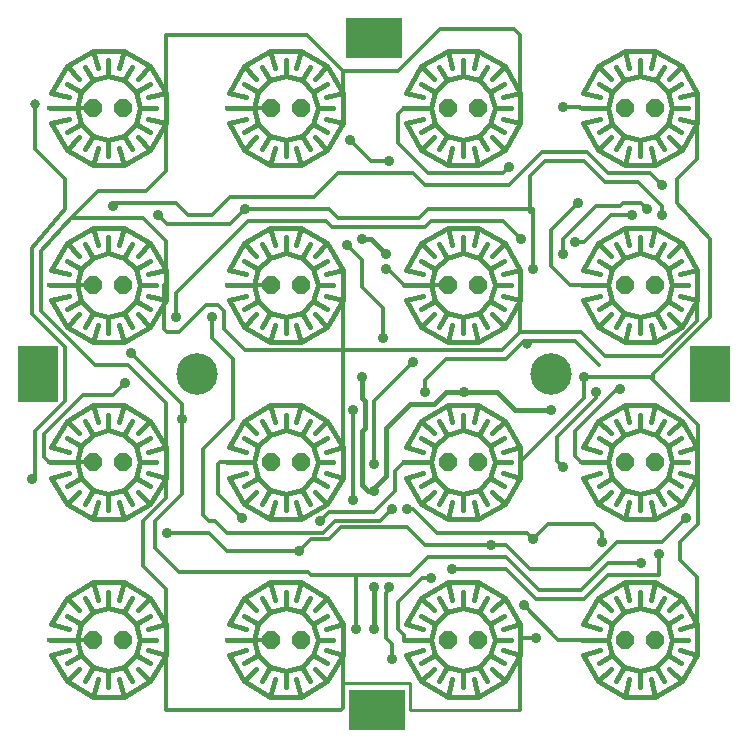
<source format=gbr>
G04 EAGLE Gerber RS-274X export*
G75*
%MOMM*%
%FSLAX34Y34*%
%LPD*%
%INTop Copper*%
%IPPOS*%
%AMOC8*
5,1,8,0,0,1.08239X$1,22.5*%
G01*
%ADD10C,0.400000*%
%ADD11R,0.400000X0.400000*%
%ADD12R,0.400000X2.000000*%
%ADD13P,1.649562X8X22.500000*%
%ADD14C,3.516000*%
%ADD15R,3.400000X4.700000*%
%ADD16R,4.700000X3.400000*%
%ADD17C,0.304800*%
%ADD18C,0.906400*%
%ADD19C,0.800100*%
%ADD20C,0.406400*%
%ADD21C,0.254000*%


D10*
X198280Y225280D02*
X175780Y225280D01*
X176984Y212339D02*
X191473Y216221D01*
X190206Y205030D02*
X201897Y211780D01*
X198280Y225280D01*
X200531Y200531D02*
X189925Y189925D01*
X176984Y212339D01*
X205030Y190206D02*
X211780Y201897D01*
X201897Y211780D01*
X216221Y191473D02*
X212339Y176984D01*
X189925Y189925D01*
X225280Y184780D02*
X225280Y198280D01*
X211780Y201897D01*
X234339Y191473D02*
X238221Y176984D01*
X212339Y176984D01*
X245530Y190206D02*
X238780Y201897D01*
X225280Y198280D01*
X250029Y200531D02*
X260635Y189925D01*
X238221Y176984D01*
X260354Y205030D02*
X248663Y211780D01*
X238780Y201897D01*
X259087Y216221D02*
X273576Y212339D01*
X260635Y189925D01*
X265780Y225280D02*
X252280Y225280D01*
X248663Y211780D01*
X259087Y234339D02*
X273576Y238221D01*
X273576Y212339D01*
X260354Y245530D02*
X248663Y238780D01*
X252280Y225280D01*
X250029Y250029D02*
X260635Y260635D01*
X273576Y238221D01*
X245530Y260354D02*
X238780Y248663D01*
X248663Y238780D01*
X234339Y259087D02*
X238221Y273576D01*
X260635Y260635D01*
X225280Y265780D02*
X225280Y252280D01*
X238780Y248663D01*
X216221Y259087D02*
X212339Y273576D01*
X238221Y273576D01*
X205030Y260354D02*
X211780Y248663D01*
X225280Y252280D01*
X200531Y250029D02*
X189925Y260635D01*
X212339Y273576D01*
X190206Y245530D02*
X201897Y238780D01*
X211780Y248663D01*
X191473Y234339D02*
X176984Y238221D01*
X189925Y260635D01*
X201897Y238780D02*
X198280Y225280D01*
D11*
X175280Y225280D03*
D12*
X273580Y225380D03*
D10*
X48280Y225280D02*
X25780Y225280D01*
X26984Y212339D02*
X41473Y216221D01*
X40206Y205030D02*
X51897Y211780D01*
X48280Y225280D01*
X50531Y200531D02*
X39925Y189925D01*
X26984Y212339D01*
X55030Y190206D02*
X61780Y201897D01*
X51897Y211780D01*
X66221Y191473D02*
X62339Y176984D01*
X39925Y189925D01*
X75280Y184780D02*
X75280Y198280D01*
X61780Y201897D01*
X84339Y191473D02*
X88221Y176984D01*
X62339Y176984D01*
X95530Y190206D02*
X88780Y201897D01*
X75280Y198280D01*
X100029Y200531D02*
X110635Y189925D01*
X88221Y176984D01*
X110354Y205030D02*
X98663Y211780D01*
X88780Y201897D01*
X109087Y216221D02*
X123576Y212339D01*
X110635Y189925D01*
X115780Y225280D02*
X102280Y225280D01*
X98663Y211780D01*
X109087Y234339D02*
X123576Y238221D01*
X123576Y212339D01*
X110354Y245530D02*
X98663Y238780D01*
X102280Y225280D01*
X100029Y250029D02*
X110635Y260635D01*
X123576Y238221D01*
X95530Y260354D02*
X88780Y248663D01*
X98663Y238780D01*
X84339Y259087D02*
X88221Y273576D01*
X110635Y260635D01*
X75280Y265780D02*
X75280Y252280D01*
X88780Y248663D01*
X66221Y259087D02*
X62339Y273576D01*
X88221Y273576D01*
X55030Y260354D02*
X61780Y248663D01*
X75280Y252280D01*
X50531Y250029D02*
X39925Y260635D01*
X62339Y273576D01*
X40206Y245530D02*
X51897Y238780D01*
X61780Y248663D01*
X41473Y234339D02*
X26984Y238221D01*
X39925Y260635D01*
X51897Y238780D02*
X48280Y225280D01*
D11*
X25280Y225280D03*
D12*
X123580Y225380D03*
D10*
X-101720Y225280D02*
X-124220Y225280D01*
X-123016Y212339D02*
X-108527Y216221D01*
X-109794Y205030D02*
X-98103Y211780D01*
X-101720Y225280D01*
X-99469Y200531D02*
X-110075Y189925D01*
X-123016Y212339D01*
X-94970Y190206D02*
X-88220Y201897D01*
X-98103Y211780D01*
X-83779Y191473D02*
X-87661Y176984D01*
X-110075Y189925D01*
X-74720Y184780D02*
X-74720Y198280D01*
X-88220Y201897D01*
X-65661Y191473D02*
X-61779Y176984D01*
X-87661Y176984D01*
X-54470Y190206D02*
X-61220Y201897D01*
X-74720Y198280D01*
X-49971Y200531D02*
X-39365Y189925D01*
X-61779Y176984D01*
X-39646Y205030D02*
X-51337Y211780D01*
X-61220Y201897D01*
X-40913Y216221D02*
X-26424Y212339D01*
X-39365Y189925D01*
X-34220Y225280D02*
X-47720Y225280D01*
X-51337Y211780D01*
X-40913Y234339D02*
X-26424Y238221D01*
X-26424Y212339D01*
X-39646Y245530D02*
X-51337Y238780D01*
X-47720Y225280D01*
X-49971Y250029D02*
X-39365Y260635D01*
X-26424Y238221D01*
X-54470Y260354D02*
X-61220Y248663D01*
X-51337Y238780D01*
X-65661Y259087D02*
X-61779Y273576D01*
X-39365Y260635D01*
X-74720Y265780D02*
X-74720Y252280D01*
X-61220Y248663D01*
X-83779Y259087D02*
X-87661Y273576D01*
X-61779Y273576D01*
X-94970Y260354D02*
X-88220Y248663D01*
X-74720Y252280D01*
X-99469Y250029D02*
X-110075Y260635D01*
X-87661Y273576D01*
X-109794Y245530D02*
X-98103Y238780D01*
X-88220Y248663D01*
X-108527Y234339D02*
X-123016Y238221D01*
X-110075Y260635D01*
X-98103Y238780D02*
X-101720Y225280D01*
D11*
X-124720Y225280D03*
D12*
X-26420Y225380D03*
D10*
X-251720Y225280D02*
X-274220Y225280D01*
X-273016Y212339D02*
X-258527Y216221D01*
X-259794Y205030D02*
X-248103Y211780D01*
X-251720Y225280D01*
X-249469Y200531D02*
X-260075Y189925D01*
X-273016Y212339D01*
X-244970Y190206D02*
X-238220Y201897D01*
X-248103Y211780D01*
X-233779Y191473D02*
X-237661Y176984D01*
X-260075Y189925D01*
X-224720Y184780D02*
X-224720Y198280D01*
X-238220Y201897D01*
X-215661Y191473D02*
X-211779Y176984D01*
X-237661Y176984D01*
X-204470Y190206D02*
X-211220Y201897D01*
X-224720Y198280D01*
X-199971Y200531D02*
X-189365Y189925D01*
X-211779Y176984D01*
X-189646Y205030D02*
X-201337Y211780D01*
X-211220Y201897D01*
X-190913Y216221D02*
X-176424Y212339D01*
X-189365Y189925D01*
X-184220Y225280D02*
X-197720Y225280D01*
X-201337Y211780D01*
X-190913Y234339D02*
X-176424Y238221D01*
X-176424Y212339D01*
X-189646Y245530D02*
X-201337Y238780D01*
X-197720Y225280D01*
X-199971Y250029D02*
X-189365Y260635D01*
X-176424Y238221D01*
X-204470Y260354D02*
X-211220Y248663D01*
X-201337Y238780D01*
X-215661Y259087D02*
X-211779Y273576D01*
X-189365Y260635D01*
X-224720Y265780D02*
X-224720Y252280D01*
X-211220Y248663D01*
X-233779Y259087D02*
X-237661Y273576D01*
X-211779Y273576D01*
X-244970Y260354D02*
X-238220Y248663D01*
X-224720Y252280D01*
X-249469Y250029D02*
X-260075Y260635D01*
X-237661Y273576D01*
X-259794Y245530D02*
X-248103Y238780D01*
X-238220Y248663D01*
X-258527Y234339D02*
X-273016Y238221D01*
X-260075Y260635D01*
X-248103Y238780D02*
X-251720Y225280D01*
D11*
X-274720Y225280D03*
D12*
X-176420Y225380D03*
D10*
X175780Y75280D02*
X198280Y75280D01*
X191473Y66221D02*
X176984Y62339D01*
X190206Y55030D02*
X201897Y61780D01*
X198280Y75280D01*
X200531Y50531D02*
X189925Y39925D01*
X176984Y62339D01*
X205030Y40206D02*
X211780Y51897D01*
X201897Y61780D01*
X216221Y41473D02*
X212339Y26984D01*
X189925Y39925D01*
X225280Y34780D02*
X225280Y48280D01*
X211780Y51897D01*
X234339Y41473D02*
X238221Y26984D01*
X212339Y26984D01*
X245530Y40206D02*
X238780Y51897D01*
X225280Y48280D01*
X250029Y50531D02*
X260635Y39925D01*
X238221Y26984D01*
X260354Y55030D02*
X248663Y61780D01*
X238780Y51897D01*
X259087Y66221D02*
X273576Y62339D01*
X260635Y39925D01*
X265780Y75280D02*
X252280Y75280D01*
X248663Y61780D01*
X259087Y84339D02*
X273576Y88221D01*
X273576Y62339D01*
X260354Y95530D02*
X248663Y88780D01*
X252280Y75280D01*
X250029Y100029D02*
X260635Y110635D01*
X273576Y88221D01*
X245530Y110354D02*
X238780Y98663D01*
X248663Y88780D01*
X234339Y109087D02*
X238221Y123576D01*
X260635Y110635D01*
X225280Y115780D02*
X225280Y102280D01*
X238780Y98663D01*
X216221Y109087D02*
X212339Y123576D01*
X238221Y123576D01*
X205030Y110354D02*
X211780Y98663D01*
X225280Y102280D01*
X200531Y100029D02*
X189925Y110635D01*
X212339Y123576D01*
X190206Y95530D02*
X201897Y88780D01*
X211780Y98663D01*
X191473Y84339D02*
X176984Y88221D01*
X189925Y110635D01*
X201897Y88780D02*
X198280Y75280D01*
D11*
X175280Y75280D03*
D12*
X273580Y75380D03*
D10*
X48280Y75280D02*
X25780Y75280D01*
X26984Y62339D02*
X41473Y66221D01*
X40206Y55030D02*
X51897Y61780D01*
X48280Y75280D01*
X50531Y50531D02*
X39925Y39925D01*
X26984Y62339D01*
X55030Y40206D02*
X61780Y51897D01*
X51897Y61780D01*
X66221Y41473D02*
X62339Y26984D01*
X39925Y39925D01*
X75280Y34780D02*
X75280Y48280D01*
X61780Y51897D01*
X84339Y41473D02*
X88221Y26984D01*
X62339Y26984D01*
X95530Y40206D02*
X88780Y51897D01*
X75280Y48280D01*
X100029Y50531D02*
X110635Y39925D01*
X88221Y26984D01*
X110354Y55030D02*
X98663Y61780D01*
X88780Y51897D01*
X109087Y66221D02*
X123576Y62339D01*
X110635Y39925D01*
X115780Y75280D02*
X102280Y75280D01*
X98663Y61780D01*
X109087Y84339D02*
X123576Y88221D01*
X123576Y62339D01*
X110354Y95530D02*
X98663Y88780D01*
X102280Y75280D01*
X100029Y100029D02*
X110635Y110635D01*
X123576Y88221D01*
X95530Y110354D02*
X88780Y98663D01*
X98663Y88780D01*
X84339Y109087D02*
X88221Y123576D01*
X110635Y110635D01*
X75280Y115780D02*
X75280Y102280D01*
X88780Y98663D01*
X66221Y109087D02*
X62339Y123576D01*
X88221Y123576D01*
X55030Y110354D02*
X61780Y98663D01*
X75280Y102280D01*
X50531Y100029D02*
X39925Y110635D01*
X62339Y123576D01*
X40206Y95530D02*
X51897Y88780D01*
X61780Y98663D01*
X41473Y84339D02*
X26984Y88221D01*
X39925Y110635D01*
X51897Y88780D02*
X48280Y75280D01*
D11*
X25280Y75280D03*
D12*
X123580Y75380D03*
D10*
X-101720Y75280D02*
X-124220Y75280D01*
X-123016Y62339D02*
X-108527Y66221D01*
X-109794Y55030D02*
X-98103Y61780D01*
X-101720Y75280D01*
X-99469Y50531D02*
X-110075Y39925D01*
X-123016Y62339D01*
X-94970Y40206D02*
X-88220Y51897D01*
X-98103Y61780D01*
X-83779Y41473D02*
X-87661Y26984D01*
X-110075Y39925D01*
X-74720Y34780D02*
X-74720Y48280D01*
X-88220Y51897D01*
X-65661Y41473D02*
X-61779Y26984D01*
X-87661Y26984D01*
X-54470Y40206D02*
X-61220Y51897D01*
X-74720Y48280D01*
X-49971Y50531D02*
X-39365Y39925D01*
X-61779Y26984D01*
X-39646Y55030D02*
X-51337Y61780D01*
X-61220Y51897D01*
X-40913Y66221D02*
X-26424Y62339D01*
X-39365Y39925D01*
X-34220Y75280D02*
X-47720Y75280D01*
X-51337Y61780D01*
X-40913Y84339D02*
X-26424Y88221D01*
X-26424Y62339D01*
X-39646Y95530D02*
X-51337Y88780D01*
X-47720Y75280D01*
X-49971Y100029D02*
X-39365Y110635D01*
X-26424Y88221D01*
X-54470Y110354D02*
X-61220Y98663D01*
X-51337Y88780D01*
X-65661Y109087D02*
X-61779Y123576D01*
X-39365Y110635D01*
X-74720Y115780D02*
X-74720Y102280D01*
X-61220Y98663D01*
X-83779Y109087D02*
X-87661Y123576D01*
X-61779Y123576D01*
X-94970Y110354D02*
X-88220Y98663D01*
X-74720Y102280D01*
X-99469Y100029D02*
X-110075Y110635D01*
X-87661Y123576D01*
X-109794Y95530D02*
X-98103Y88780D01*
X-88220Y98663D01*
X-108527Y84339D02*
X-123016Y88221D01*
X-110075Y110635D01*
X-98103Y88780D02*
X-101720Y75280D01*
D11*
X-124720Y75280D03*
D12*
X-26420Y75380D03*
D10*
X-251720Y75280D02*
X-274220Y75280D01*
X-273016Y62339D02*
X-258527Y66221D01*
X-259794Y55030D02*
X-248103Y61780D01*
X-251720Y75280D01*
X-249469Y50531D02*
X-260075Y39925D01*
X-273016Y62339D01*
X-244970Y40206D02*
X-238220Y51897D01*
X-248103Y61780D01*
X-233779Y41473D02*
X-237661Y26984D01*
X-260075Y39925D01*
X-224720Y34780D02*
X-224720Y48280D01*
X-238220Y51897D01*
X-215661Y41473D02*
X-211779Y26984D01*
X-237661Y26984D01*
X-204470Y40206D02*
X-211220Y51897D01*
X-224720Y48280D01*
X-199971Y50531D02*
X-189365Y39925D01*
X-211779Y26984D01*
X-189646Y55030D02*
X-201337Y61780D01*
X-211220Y51897D01*
X-190913Y66221D02*
X-176424Y62339D01*
X-189365Y39925D01*
X-184220Y75280D02*
X-197720Y75280D01*
X-201337Y61780D01*
X-190913Y84339D02*
X-176424Y88221D01*
X-176424Y62339D01*
X-189646Y95530D02*
X-201337Y88780D01*
X-197720Y75280D01*
X-199971Y100029D02*
X-189365Y110635D01*
X-176424Y88221D01*
X-204470Y110354D02*
X-211220Y98663D01*
X-201337Y88780D01*
X-215661Y109087D02*
X-211779Y123576D01*
X-189365Y110635D01*
X-224720Y115780D02*
X-224720Y102280D01*
X-211220Y98663D01*
X-233779Y109087D02*
X-237661Y123576D01*
X-211779Y123576D01*
X-244970Y110354D02*
X-238220Y98663D01*
X-224720Y102280D01*
X-249469Y100029D02*
X-260075Y110635D01*
X-237661Y123576D01*
X-259794Y95530D02*
X-248103Y88780D01*
X-238220Y98663D01*
X-258527Y84339D02*
X-273016Y88221D01*
X-260075Y110635D01*
X-248103Y88780D02*
X-251720Y75280D01*
D11*
X-274720Y75280D03*
D12*
X-176420Y75380D03*
D10*
X175780Y-74720D02*
X198280Y-74720D01*
X191473Y-83779D02*
X176984Y-87661D01*
X190206Y-94970D02*
X201897Y-88220D01*
X198280Y-74720D01*
X200531Y-99469D02*
X189925Y-110075D01*
X176984Y-87661D01*
X205030Y-109794D02*
X211780Y-98103D01*
X201897Y-88220D01*
X216221Y-108527D02*
X212339Y-123016D01*
X189925Y-110075D01*
X225280Y-115220D02*
X225280Y-101720D01*
X211780Y-98103D01*
X234339Y-108527D02*
X238221Y-123016D01*
X212339Y-123016D01*
X245530Y-109794D02*
X238780Y-98103D01*
X225280Y-101720D01*
X250029Y-99469D02*
X260635Y-110075D01*
X238221Y-123016D01*
X260354Y-94970D02*
X248663Y-88220D01*
X238780Y-98103D01*
X259087Y-83779D02*
X273576Y-87661D01*
X260635Y-110075D01*
X265780Y-74720D02*
X252280Y-74720D01*
X248663Y-88220D01*
X259087Y-65661D02*
X273576Y-61779D01*
X273576Y-87661D01*
X260354Y-54470D02*
X248663Y-61220D01*
X252280Y-74720D01*
X250029Y-49971D02*
X260635Y-39365D01*
X273576Y-61779D01*
X245530Y-39646D02*
X238780Y-51337D01*
X248663Y-61220D01*
X234339Y-40913D02*
X238221Y-26424D01*
X260635Y-39365D01*
X225280Y-34220D02*
X225280Y-47720D01*
X238780Y-51337D01*
X216221Y-40913D02*
X212339Y-26424D01*
X238221Y-26424D01*
X205030Y-39646D02*
X211780Y-51337D01*
X225280Y-47720D01*
X200531Y-49971D02*
X189925Y-39365D01*
X212339Y-26424D01*
X190206Y-54470D02*
X201897Y-61220D01*
X211780Y-51337D01*
X191473Y-65661D02*
X176984Y-61779D01*
X189925Y-39365D01*
X201897Y-61220D02*
X198280Y-74720D01*
D11*
X175280Y-74720D03*
D12*
X273580Y-74620D03*
D10*
X48280Y-74720D02*
X25780Y-74720D01*
X26984Y-87661D02*
X41473Y-83779D01*
X40206Y-94970D02*
X51897Y-88220D01*
X48280Y-74720D01*
X50531Y-99469D02*
X39925Y-110075D01*
X26984Y-87661D01*
X55030Y-109794D02*
X61780Y-98103D01*
X51897Y-88220D01*
X66221Y-108527D02*
X62339Y-123016D01*
X39925Y-110075D01*
X75280Y-115220D02*
X75280Y-101720D01*
X61780Y-98103D01*
X84339Y-108527D02*
X88221Y-123016D01*
X62339Y-123016D01*
X95530Y-109794D02*
X88780Y-98103D01*
X75280Y-101720D01*
X100029Y-99469D02*
X110635Y-110075D01*
X88221Y-123016D01*
X110354Y-94970D02*
X98663Y-88220D01*
X88780Y-98103D01*
X109087Y-83779D02*
X123576Y-87661D01*
X110635Y-110075D01*
X115780Y-74720D02*
X102280Y-74720D01*
X98663Y-88220D01*
X109087Y-65661D02*
X123576Y-61779D01*
X123576Y-87661D01*
X110354Y-54470D02*
X98663Y-61220D01*
X102280Y-74720D01*
X100029Y-49971D02*
X110635Y-39365D01*
X123576Y-61779D01*
X95530Y-39646D02*
X88780Y-51337D01*
X98663Y-61220D01*
X84339Y-40913D02*
X88221Y-26424D01*
X110635Y-39365D01*
X75280Y-34220D02*
X75280Y-47720D01*
X88780Y-51337D01*
X66221Y-40913D02*
X62339Y-26424D01*
X88221Y-26424D01*
X55030Y-39646D02*
X61780Y-51337D01*
X75280Y-47720D01*
X50531Y-49971D02*
X39925Y-39365D01*
X62339Y-26424D01*
X40206Y-54470D02*
X51897Y-61220D01*
X61780Y-51337D01*
X41473Y-65661D02*
X26984Y-61779D01*
X39925Y-39365D01*
X51897Y-61220D02*
X48280Y-74720D01*
D11*
X25280Y-74720D03*
D12*
X123580Y-74620D03*
D10*
X-101720Y-74720D02*
X-124220Y-74720D01*
X-123016Y-87661D02*
X-108527Y-83779D01*
X-109794Y-94970D02*
X-98103Y-88220D01*
X-101720Y-74720D01*
X-99469Y-99469D02*
X-110075Y-110075D01*
X-123016Y-87661D01*
X-94970Y-109794D02*
X-88220Y-98103D01*
X-98103Y-88220D01*
X-83779Y-108527D02*
X-87661Y-123016D01*
X-110075Y-110075D01*
X-74720Y-115220D02*
X-74720Y-101720D01*
X-88220Y-98103D01*
X-65661Y-108527D02*
X-61779Y-123016D01*
X-87661Y-123016D01*
X-54470Y-109794D02*
X-61220Y-98103D01*
X-74720Y-101720D01*
X-49971Y-99469D02*
X-39365Y-110075D01*
X-61779Y-123016D01*
X-39646Y-94970D02*
X-51337Y-88220D01*
X-61220Y-98103D01*
X-40913Y-83779D02*
X-26424Y-87661D01*
X-39365Y-110075D01*
X-34220Y-74720D02*
X-47720Y-74720D01*
X-51337Y-88220D01*
X-40913Y-65661D02*
X-26424Y-61779D01*
X-26424Y-87661D01*
X-39646Y-54470D02*
X-51337Y-61220D01*
X-47720Y-74720D01*
X-49971Y-49971D02*
X-39365Y-39365D01*
X-26424Y-61779D01*
X-54470Y-39646D02*
X-61220Y-51337D01*
X-51337Y-61220D01*
X-65661Y-40913D02*
X-61779Y-26424D01*
X-39365Y-39365D01*
X-74720Y-34220D02*
X-74720Y-47720D01*
X-61220Y-51337D01*
X-83779Y-40913D02*
X-87661Y-26424D01*
X-61779Y-26424D01*
X-94970Y-39646D02*
X-88220Y-51337D01*
X-74720Y-47720D01*
X-99469Y-49971D02*
X-110075Y-39365D01*
X-87661Y-26424D01*
X-109794Y-54470D02*
X-98103Y-61220D01*
X-88220Y-51337D01*
X-108527Y-65661D02*
X-123016Y-61779D01*
X-110075Y-39365D01*
X-98103Y-61220D02*
X-101720Y-74720D01*
D11*
X-124720Y-74720D03*
D12*
X-26420Y-74620D03*
D10*
X-251720Y-74720D02*
X-274220Y-74720D01*
X-273016Y-87661D02*
X-258527Y-83779D01*
X-259794Y-94970D02*
X-248103Y-88220D01*
X-251720Y-74720D01*
X-249469Y-99469D02*
X-260075Y-110075D01*
X-273016Y-87661D01*
X-244970Y-109794D02*
X-238220Y-98103D01*
X-248103Y-88220D01*
X-233779Y-108527D02*
X-237661Y-123016D01*
X-260075Y-110075D01*
X-224720Y-115220D02*
X-224720Y-101720D01*
X-238220Y-98103D01*
X-215661Y-108527D02*
X-211779Y-123016D01*
X-237661Y-123016D01*
X-204470Y-109794D02*
X-211220Y-98103D01*
X-224720Y-101720D01*
X-199971Y-99469D02*
X-189365Y-110075D01*
X-211779Y-123016D01*
X-189646Y-94970D02*
X-201337Y-88220D01*
X-211220Y-98103D01*
X-190913Y-83779D02*
X-176424Y-87661D01*
X-189365Y-110075D01*
X-184220Y-74720D02*
X-197720Y-74720D01*
X-201337Y-88220D01*
X-190913Y-65661D02*
X-176424Y-61779D01*
X-176424Y-87661D01*
X-189646Y-54470D02*
X-201337Y-61220D01*
X-197720Y-74720D01*
X-199971Y-49971D02*
X-189365Y-39365D01*
X-176424Y-61779D01*
X-204470Y-39646D02*
X-211220Y-51337D01*
X-201337Y-61220D01*
X-215661Y-40913D02*
X-211779Y-26424D01*
X-189365Y-39365D01*
X-224720Y-34220D02*
X-224720Y-47720D01*
X-211220Y-51337D01*
X-233779Y-40913D02*
X-237661Y-26424D01*
X-211779Y-26424D01*
X-244970Y-39646D02*
X-238220Y-51337D01*
X-224720Y-47720D01*
X-249469Y-49971D02*
X-260075Y-39365D01*
X-237661Y-26424D01*
X-259794Y-54470D02*
X-248103Y-61220D01*
X-238220Y-51337D01*
X-258527Y-65661D02*
X-273016Y-61779D01*
X-260075Y-39365D01*
X-248103Y-61220D02*
X-251720Y-74720D01*
D11*
X-274720Y-74720D03*
D12*
X-176420Y-74620D03*
D10*
X175780Y-224720D02*
X198280Y-224720D01*
X191473Y-233779D02*
X176984Y-237661D01*
X190206Y-244970D02*
X201897Y-238220D01*
X198280Y-224720D01*
X200531Y-249469D02*
X189925Y-260075D01*
X176984Y-237661D01*
X205030Y-259794D02*
X211780Y-248103D01*
X201897Y-238220D01*
X216221Y-258527D02*
X212339Y-273016D01*
X189925Y-260075D01*
X225280Y-265220D02*
X225280Y-251720D01*
X211780Y-248103D01*
X234339Y-258527D02*
X238221Y-273016D01*
X212339Y-273016D01*
X245530Y-259794D02*
X238780Y-248103D01*
X225280Y-251720D01*
X250029Y-249469D02*
X260635Y-260075D01*
X238221Y-273016D01*
X260354Y-244970D02*
X248663Y-238220D01*
X238780Y-248103D01*
X259087Y-233779D02*
X273576Y-237661D01*
X260635Y-260075D01*
X265780Y-224720D02*
X252280Y-224720D01*
X248663Y-238220D01*
X259087Y-215661D02*
X273576Y-211779D01*
X273576Y-237661D01*
X260354Y-204470D02*
X248663Y-211220D01*
X252280Y-224720D01*
X250029Y-199971D02*
X260635Y-189365D01*
X273576Y-211779D01*
X245530Y-189646D02*
X238780Y-201337D01*
X248663Y-211220D01*
X234339Y-190913D02*
X238221Y-176424D01*
X260635Y-189365D01*
X225280Y-184220D02*
X225280Y-197720D01*
X238780Y-201337D01*
X216221Y-190913D02*
X212339Y-176424D01*
X238221Y-176424D01*
X205030Y-189646D02*
X211780Y-201337D01*
X225280Y-197720D01*
X200531Y-199971D02*
X189925Y-189365D01*
X212339Y-176424D01*
X190206Y-204470D02*
X201897Y-211220D01*
X211780Y-201337D01*
X191473Y-215661D02*
X176984Y-211779D01*
X189925Y-189365D01*
X201897Y-211220D02*
X198280Y-224720D01*
D11*
X175280Y-224720D03*
D12*
X273580Y-224620D03*
D10*
X48280Y-224720D02*
X25780Y-224720D01*
X26984Y-237661D02*
X41473Y-233779D01*
X40206Y-244970D02*
X51897Y-238220D01*
X48280Y-224720D01*
X50531Y-249469D02*
X39925Y-260075D01*
X26984Y-237661D01*
X55030Y-259794D02*
X61780Y-248103D01*
X51897Y-238220D01*
X66221Y-258527D02*
X62339Y-273016D01*
X39925Y-260075D01*
X75280Y-265220D02*
X75280Y-251720D01*
X61780Y-248103D01*
X84339Y-258527D02*
X88221Y-273016D01*
X62339Y-273016D01*
X95530Y-259794D02*
X88780Y-248103D01*
X75280Y-251720D01*
X100029Y-249469D02*
X110635Y-260075D01*
X88221Y-273016D01*
X110354Y-244970D02*
X98663Y-238220D01*
X88780Y-248103D01*
X109087Y-233779D02*
X123576Y-237661D01*
X110635Y-260075D01*
X115780Y-224720D02*
X102280Y-224720D01*
X98663Y-238220D01*
X109087Y-215661D02*
X123576Y-211779D01*
X123576Y-237661D01*
X110354Y-204470D02*
X98663Y-211220D01*
X102280Y-224720D01*
X100029Y-199971D02*
X110635Y-189365D01*
X123576Y-211779D01*
X95530Y-189646D02*
X88780Y-201337D01*
X98663Y-211220D01*
X84339Y-190913D02*
X88221Y-176424D01*
X110635Y-189365D01*
X75280Y-184220D02*
X75280Y-197720D01*
X88780Y-201337D01*
X66221Y-190913D02*
X62339Y-176424D01*
X88221Y-176424D01*
X55030Y-189646D02*
X61780Y-201337D01*
X75280Y-197720D01*
X50531Y-199971D02*
X39925Y-189365D01*
X62339Y-176424D01*
X40206Y-204470D02*
X51897Y-211220D01*
X61780Y-201337D01*
X41473Y-215661D02*
X26984Y-211779D01*
X39925Y-189365D01*
X51897Y-211220D02*
X48280Y-224720D01*
D11*
X25280Y-224720D03*
D12*
X123580Y-224620D03*
D10*
X-101720Y-224720D02*
X-124220Y-224720D01*
X-123016Y-237661D02*
X-108527Y-233779D01*
X-109794Y-244970D02*
X-98103Y-238220D01*
X-101720Y-224720D01*
X-99469Y-249469D02*
X-110075Y-260075D01*
X-123016Y-237661D01*
X-94970Y-259794D02*
X-88220Y-248103D01*
X-98103Y-238220D01*
X-83779Y-258527D02*
X-87661Y-273016D01*
X-110075Y-260075D01*
X-74720Y-265220D02*
X-74720Y-251720D01*
X-88220Y-248103D01*
X-65661Y-258527D02*
X-61779Y-273016D01*
X-87661Y-273016D01*
X-54470Y-259794D02*
X-61220Y-248103D01*
X-74720Y-251720D01*
X-49971Y-249469D02*
X-39365Y-260075D01*
X-61779Y-273016D01*
X-39646Y-244970D02*
X-51337Y-238220D01*
X-61220Y-248103D01*
X-40913Y-233779D02*
X-26424Y-237661D01*
X-39365Y-260075D01*
X-34220Y-224720D02*
X-47720Y-224720D01*
X-51337Y-238220D01*
X-40913Y-215661D02*
X-26424Y-211779D01*
X-26424Y-237661D01*
X-39646Y-204470D02*
X-51337Y-211220D01*
X-47720Y-224720D01*
X-49971Y-199971D02*
X-39365Y-189365D01*
X-26424Y-211779D01*
X-54470Y-189646D02*
X-61220Y-201337D01*
X-51337Y-211220D01*
X-65661Y-190913D02*
X-61779Y-176424D01*
X-39365Y-189365D01*
X-74720Y-184220D02*
X-74720Y-197720D01*
X-61220Y-201337D01*
X-83779Y-190913D02*
X-87661Y-176424D01*
X-61779Y-176424D01*
X-94970Y-189646D02*
X-88220Y-201337D01*
X-74720Y-197720D01*
X-99469Y-199971D02*
X-110075Y-189365D01*
X-87661Y-176424D01*
X-109794Y-204470D02*
X-98103Y-211220D01*
X-88220Y-201337D01*
X-108527Y-215661D02*
X-123016Y-211779D01*
X-110075Y-189365D01*
X-98103Y-211220D02*
X-101720Y-224720D01*
D11*
X-124720Y-224720D03*
D12*
X-26420Y-224620D03*
D10*
X-251720Y-224720D02*
X-274220Y-224720D01*
X-273016Y-237661D02*
X-258527Y-233779D01*
X-259794Y-244970D02*
X-248103Y-238220D01*
X-251720Y-224720D01*
X-249469Y-249469D02*
X-260075Y-260075D01*
X-273016Y-237661D01*
X-244970Y-259794D02*
X-238220Y-248103D01*
X-248103Y-238220D01*
X-233779Y-258527D02*
X-237661Y-273016D01*
X-260075Y-260075D01*
X-224720Y-265220D02*
X-224720Y-251720D01*
X-238220Y-248103D01*
X-215661Y-258527D02*
X-211779Y-273016D01*
X-237661Y-273016D01*
X-204470Y-259794D02*
X-211220Y-248103D01*
X-224720Y-251720D01*
X-199971Y-249469D02*
X-189365Y-260075D01*
X-211779Y-273016D01*
X-189646Y-244970D02*
X-201337Y-238220D01*
X-211220Y-248103D01*
X-190913Y-233779D02*
X-176424Y-237661D01*
X-189365Y-260075D01*
X-184220Y-224720D02*
X-197720Y-224720D01*
X-201337Y-238220D01*
X-190913Y-215661D02*
X-176424Y-211779D01*
X-176424Y-237661D01*
X-189646Y-204470D02*
X-201337Y-211220D01*
X-197720Y-224720D01*
X-199971Y-199971D02*
X-189365Y-189365D01*
X-176424Y-211779D01*
X-204470Y-189646D02*
X-211220Y-201337D01*
X-201337Y-211220D01*
X-215661Y-190913D02*
X-211779Y-176424D01*
X-189365Y-189365D01*
X-224720Y-184220D02*
X-224720Y-197720D01*
X-211220Y-201337D01*
X-233779Y-190913D02*
X-237661Y-176424D01*
X-211779Y-176424D01*
X-244970Y-189646D02*
X-238220Y-201337D01*
X-224720Y-197720D01*
X-249469Y-199971D02*
X-260075Y-189365D01*
X-237661Y-176424D01*
X-259794Y-204470D02*
X-248103Y-211220D01*
X-238220Y-201337D01*
X-258527Y-215661D02*
X-273016Y-211779D01*
X-260075Y-189365D01*
X-248103Y-211220D02*
X-251720Y-224720D01*
D11*
X-274720Y-224720D03*
D12*
X-176420Y-224620D03*
D13*
X212580Y225280D03*
X237980Y225280D03*
X62580Y225280D03*
X87980Y225280D03*
X-87420Y225280D03*
X-62020Y225280D03*
X-237420Y225280D03*
X-212020Y225280D03*
X212580Y75280D03*
X237980Y75280D03*
X62580Y75280D03*
X87980Y75280D03*
X-87420Y75280D03*
X-62020Y75280D03*
X-237420Y75280D03*
X-212020Y75280D03*
X212580Y-74720D03*
X237980Y-74720D03*
X62580Y-74720D03*
X87980Y-74720D03*
X-87420Y-74720D03*
X-62020Y-74720D03*
X-237420Y-74720D03*
X-212020Y-74720D03*
X212580Y-224720D03*
X237980Y-224720D03*
X62580Y-224720D03*
X87980Y-224720D03*
X-87420Y-224720D03*
X-62020Y-224720D03*
X-237420Y-224720D03*
X-212020Y-224720D03*
D14*
X-149860Y0D03*
X149860Y0D03*
D15*
X-284480Y0D03*
D16*
X2540Y-284480D03*
X0Y284480D03*
D15*
X284480Y0D03*
D17*
X-237420Y-74720D02*
X-274720Y-74720D01*
D18*
X-210820Y-7620D03*
D17*
X-274720Y-74720D02*
X-279400Y-70040D01*
X-279400Y-50800D01*
X-246380Y-17780D01*
X-220980Y-17780D01*
X-210820Y-7620D01*
X-237420Y75280D02*
X-274720Y75280D01*
X-124720Y75280D02*
X-87420Y75280D01*
X-87420Y225280D02*
X-124720Y225280D01*
D18*
X-175260Y-134620D03*
X264160Y-121920D03*
X99060Y-144780D03*
X-63500Y-149860D03*
D17*
X-139700Y-134620D02*
X-175260Y-134620D01*
X-139700Y-134620D02*
X-124460Y-149860D01*
X-63500Y-149860D01*
X-53340Y-139700D01*
X-38100Y-139700D01*
X-27940Y-129540D01*
X27940Y-129540D01*
X43180Y-144780D01*
X99060Y-144780D01*
X243840Y-142240D02*
X264160Y-121920D01*
X243840Y-142240D02*
X205740Y-142240D01*
X182880Y-165100D01*
X132080Y-165100D01*
X111760Y-144780D01*
X99060Y-144780D01*
D18*
X-182880Y134620D03*
D17*
X-109220Y139700D02*
X-38100Y139700D01*
X-30480Y132080D01*
X38100Y132080D01*
X45720Y139700D01*
X134620Y139700D01*
D18*
X243840Y134620D03*
X134620Y88900D03*
D17*
X134620Y139700D01*
D18*
X-109220Y139700D03*
X43180Y-15240D03*
D17*
X43180Y-5080D01*
X60960Y12700D01*
X111760Y12700D01*
X127000Y27940D01*
X129540Y27940D01*
X170180Y27940D01*
X190500Y7620D01*
X132080Y137160D02*
X134620Y139700D01*
X132080Y137160D02*
X132080Y167640D01*
X144780Y180340D01*
X223520Y162560D02*
X243840Y142240D01*
X243840Y134620D01*
X177800Y180340D02*
X144780Y180340D01*
X177800Y180340D02*
X195580Y162560D01*
X223520Y162560D01*
X-175260Y127000D02*
X-182880Y134620D01*
X-175260Y127000D02*
X-121920Y127000D01*
X-109220Y139700D01*
D19*
X129540Y25400D03*
D17*
X129540Y27940D01*
D18*
X7620Y30480D03*
D17*
X7620Y55880D01*
X-10160Y73660D01*
X-10160Y96520D01*
X-22860Y109220D01*
D18*
X-22860Y109220D03*
X-20320Y198120D03*
D17*
X-2540Y180340D01*
X12700Y180340D01*
D18*
X12700Y180340D03*
X149860Y-30480D03*
D20*
X119380Y-30480D01*
X104140Y-15240D01*
X76200Y-15240D01*
D18*
X76200Y-15240D03*
D20*
X60960Y-15240D01*
X50800Y-25400D01*
X30480Y-25400D01*
X-10160Y-48260D02*
X-10160Y-93980D01*
X-10160Y-48260D02*
X-7620Y-45720D01*
X-7620Y-22860D01*
X-10160Y-20320D01*
X-10160Y-2540D01*
D18*
X-10160Y-2540D03*
X0Y-215900D03*
D20*
X0Y-180340D01*
D18*
X0Y-180340D03*
X0Y-99060D03*
X10160Y101600D03*
X-10160Y114300D03*
D20*
X30480Y-25400D02*
X10160Y-45720D01*
X10160Y-86360D01*
X0Y-96520D01*
X0Y-99060D01*
X-5080Y-99060D02*
X-10160Y-93980D01*
X-5080Y-99060D02*
X0Y-99060D01*
X10160Y101600D02*
X-2540Y114300D01*
X-10160Y114300D01*
D18*
X-162560Y-38100D03*
D17*
X-162560Y-101600D01*
X-185420Y-124460D01*
X-185420Y-147320D01*
X-165100Y-167640D01*
X-55880Y-167640D01*
X-53340Y-170180D01*
X-15240Y-170180D01*
X45720Y-154940D02*
X111760Y-154940D01*
X139700Y-182880D01*
X175260Y-182880D01*
X198120Y-160020D01*
X226060Y-160020D01*
D18*
X226060Y-160020D03*
X-15240Y-215900D03*
D17*
X-15240Y-170180D01*
X30480Y-170180D01*
X45720Y-154940D01*
D18*
X-205740Y17780D03*
D17*
X-162560Y-25400D01*
X-162560Y-38100D01*
D18*
X66040Y-165100D03*
D17*
X111760Y-165100D01*
X137160Y-190500D01*
X177800Y-190500D01*
X198120Y-170180D01*
X241300Y-170180D01*
X241300Y-152400D01*
D18*
X241300Y-152400D03*
X-17780Y-30480D03*
D17*
X-17780Y-106680D01*
D18*
X-17780Y-106680D03*
D17*
X-287020Y-86360D02*
X-289560Y-88900D01*
D18*
X-289560Y-88900D03*
D17*
X-289560Y106680D02*
X-261620Y139700D01*
X-261620Y165100D01*
X-287020Y190500D01*
X-287020Y228600D01*
D19*
X-287020Y228600D03*
D17*
X-287020Y-48260D02*
X-287020Y-86360D01*
X-287020Y-48260D02*
X-261620Y-22860D01*
X-261620Y22860D01*
X-289560Y50800D01*
X-289560Y106680D01*
X25280Y75280D02*
X62580Y75280D01*
D18*
X10160Y88900D03*
D17*
X10160Y90400D01*
X25280Y75280D01*
X-237420Y-224720D02*
X-274720Y-224720D01*
X-124720Y-224720D02*
X-87420Y-224720D01*
D18*
X0Y-76200D03*
D17*
X0Y-22860D01*
X33020Y10160D01*
D18*
X33020Y10160D03*
D17*
X-237420Y225280D02*
X-274720Y225280D01*
X-176420Y-224620D02*
X-176420Y-284480D01*
X-27940Y-284480D01*
X-26420Y-282960D01*
X-26420Y-261620D01*
X-26420Y-224620D01*
X123580Y-224620D02*
X123580Y-284480D01*
X-176420Y225380D02*
X-176420Y287020D01*
X123580Y287020D02*
X123580Y225380D01*
X-26420Y75380D02*
X-26420Y20320D01*
X-176420Y75380D02*
X-177800Y75380D01*
X-26420Y20320D02*
X108340Y20320D01*
X123580Y35560D02*
X123580Y75380D01*
X123580Y35560D02*
X108340Y20320D01*
X-26420Y20320D02*
X-26420Y-74620D01*
D18*
X137160Y-223520D03*
D17*
X-176420Y-224620D02*
X-176420Y-181720D01*
X-176420Y171560D02*
X-176420Y225380D01*
X-176420Y171560D02*
X-193040Y154940D01*
X-233680Y154940D01*
X-256540Y132080D01*
X-281940Y104140D01*
X-177800Y75380D02*
X-177800Y38100D01*
X-175260Y35560D01*
X273580Y44980D02*
X273580Y75380D01*
X273580Y44980D02*
X243840Y15240D01*
X195580Y15240D01*
X175260Y35560D01*
X123580Y35560D01*
X-165100Y35560D02*
X-175260Y35560D01*
X-165100Y35560D02*
X-142240Y58420D01*
X-132080Y58420D01*
X-127000Y53340D01*
X-127000Y38100D01*
X-109220Y20320D01*
X-26420Y20320D01*
X-176420Y-74620D02*
X-176420Y-105300D01*
X-195580Y-124460D01*
X-195580Y-162560D01*
X-176420Y75380D02*
X-176420Y112920D01*
X-195580Y132080D01*
X-256540Y132080D01*
X123580Y-224620D02*
X124680Y-223520D01*
X137160Y-223520D01*
X-176420Y-181720D02*
X-195580Y-162560D01*
D21*
X30480Y-284480D02*
X123580Y-284480D01*
X30480Y-284480D02*
X30480Y-261620D01*
X-26420Y-261620D01*
D17*
X123580Y287020D02*
X118500Y292100D01*
X55880Y292100D01*
X20320Y256540D01*
X-26420Y256540D01*
X-56900Y287020D02*
X-176420Y287020D01*
X-56900Y287020D02*
X-26420Y256540D01*
X-26420Y225380D01*
X-236220Y7620D02*
X-281940Y53340D01*
X-281940Y104140D01*
X-236220Y7620D02*
X-208280Y7620D01*
X-176420Y-24240D01*
X-176420Y-74620D01*
X273580Y-171980D02*
X273580Y-224620D01*
X273580Y-171980D02*
X259080Y-157480D01*
X259080Y-142240D01*
X274320Y-127000D01*
X274320Y-75360D01*
X273580Y-74620D01*
X274320Y-74620D01*
D18*
X177800Y-2540D03*
D17*
X123580Y-72000D02*
X123580Y-74620D01*
X127000Y-71120D02*
X177800Y-20320D01*
X177800Y-2540D01*
X284480Y114300D02*
X256540Y144780D01*
X256540Y165100D01*
X273580Y182140D01*
X273580Y225380D01*
X127000Y-71120D02*
X127000Y-71200D01*
X123580Y-74620D01*
X274320Y-74620D02*
X274320Y-43180D01*
X236220Y-5080D01*
X233680Y-2540D01*
X177800Y-2540D01*
X284480Y48260D02*
X284480Y114300D01*
X284480Y48260D02*
X236220Y0D01*
X236220Y-5080D01*
D18*
X170180Y111760D03*
D17*
X177800Y111760D01*
X200660Y134620D01*
X218440Y134620D01*
D18*
X218440Y134620D03*
X-167640Y48260D03*
D17*
X-167640Y68580D01*
X-106680Y129540D01*
X-40640Y129540D01*
X-35560Y124460D01*
X43180Y124460D01*
X48260Y129540D01*
X109220Y129540D01*
X124460Y114300D01*
D18*
X124460Y114300D03*
X-137160Y48260D03*
D17*
X-137160Y30480D01*
X-119380Y12700D01*
X-119380Y-38100D01*
X-144780Y-63500D01*
X-144780Y-119380D01*
X-139700Y-124460D01*
D18*
X15240Y-241300D03*
D17*
X15240Y-228600D01*
X10160Y-223520D01*
X10160Y-185420D01*
X12700Y-182880D01*
X12700Y-180340D01*
D18*
X12700Y-180340D03*
X15240Y-114300D03*
D17*
X5080Y-124460D01*
X-33020Y-124460D01*
X-43180Y-134620D01*
X-124460Y-134620D01*
X-134620Y-124460D01*
X-139700Y-124460D01*
D18*
X160020Y101600D03*
D17*
X160020Y114300D01*
X187960Y142240D01*
X208280Y142240D01*
X210820Y144780D01*
X226060Y144780D01*
X231140Y139700D01*
D18*
X231140Y139700D03*
X-220980Y142240D03*
D17*
X-218440Y144780D01*
X-167640Y144780D01*
X-157480Y134620D01*
X-137160Y134620D01*
X-121920Y149860D01*
X-50800Y149860D01*
X-30480Y170180D01*
X33020Y170180D01*
X43180Y160020D01*
X114300Y160020D01*
X142240Y187960D01*
X180340Y187960D01*
X198120Y170180D01*
X233680Y170180D01*
X243840Y160020D01*
D18*
X243840Y160020D03*
X160020Y-78740D03*
D17*
X154940Y-73660D01*
X154940Y-53340D01*
X187960Y-20320D01*
X187960Y-15240D01*
D18*
X187960Y-15240D03*
X134620Y-139700D03*
D17*
X147320Y-127000D01*
X186080Y-127000D01*
X193040Y-133960D01*
X193040Y-142240D01*
D18*
X193040Y-142240D03*
X27940Y-114300D03*
D17*
X33020Y-114300D01*
X53340Y-134620D01*
X129540Y-134620D01*
X134620Y-139700D01*
D18*
X208280Y-12700D03*
D17*
X205740Y-12700D01*
X170180Y-48260D01*
X170180Y-69620D01*
X175280Y-74720D01*
X25280Y-74720D02*
X17780Y-82220D01*
X17780Y-99060D01*
X0Y-116840D01*
X-38100Y-116840D01*
X-45720Y-124460D01*
D18*
X-45720Y-124460D03*
X-111760Y-121920D03*
D17*
X-132080Y-101600D01*
X-132080Y-76200D01*
X-130600Y-74720D01*
X-124720Y-74720D01*
D18*
X160020Y226060D03*
D17*
X174500Y226060D01*
X175280Y225280D01*
X25280Y225280D02*
X20320Y220320D01*
X20320Y195580D01*
X45720Y170180D01*
X109220Y170180D01*
X114300Y175260D01*
D18*
X114300Y175260D03*
X127000Y-195580D03*
D17*
X156140Y-224720D01*
X175280Y-224720D01*
D18*
X48260Y-172720D03*
D17*
X40640Y-172720D01*
X20320Y-193040D01*
X20320Y-215900D01*
X25280Y-220860D01*
X25280Y-224720D01*
D18*
X172720Y144780D03*
D17*
X149860Y121920D01*
X149860Y91440D01*
X166020Y75280D01*
X175280Y75280D01*
M02*

</source>
